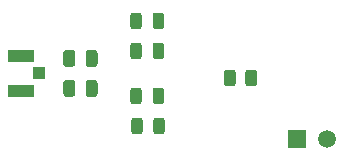
<source format=gbr>
%TF.GenerationSoftware,KiCad,Pcbnew,(5.1.10)-1*%
%TF.CreationDate,2021-11-30T19:49:35-05:00*%
%TF.ProjectId,Microwave_Circuit,4d696372-6f77-4617-9665-5f4369726375,rev?*%
%TF.SameCoordinates,Original*%
%TF.FileFunction,Soldermask,Bot*%
%TF.FilePolarity,Negative*%
%FSLAX46Y46*%
G04 Gerber Fmt 4.6, Leading zero omitted, Abs format (unit mm)*
G04 Created by KiCad (PCBNEW (5.1.10)-1) date 2021-11-30 19:49:35*
%MOMM*%
%LPD*%
G01*
G04 APERTURE LIST*
%ADD10R,2.200000X1.050000*%
%ADD11R,1.050000X1.000000*%
%ADD12C,1.508000*%
%ADD13R,1.508000X1.508000*%
G04 APERTURE END LIST*
%TO.C,R1*%
G36*
G01*
X191384500Y-69157001D02*
X191384500Y-68256999D01*
G75*
G02*
X191634499Y-68007000I249999J0D01*
G01*
X192159501Y-68007000D01*
G75*
G02*
X192409500Y-68256999I0J-249999D01*
G01*
X192409500Y-69157001D01*
G75*
G02*
X192159501Y-69407000I-249999J0D01*
G01*
X191634499Y-69407000D01*
G75*
G02*
X191384500Y-69157001I0J249999D01*
G01*
G37*
G36*
G01*
X193209500Y-69157001D02*
X193209500Y-68256999D01*
G75*
G02*
X193459499Y-68007000I249999J0D01*
G01*
X193984501Y-68007000D01*
G75*
G02*
X194234500Y-68256999I0J-249999D01*
G01*
X194234500Y-69157001D01*
G75*
G02*
X193984501Y-69407000I-249999J0D01*
G01*
X193459499Y-69407000D01*
G75*
G02*
X193209500Y-69157001I0J249999D01*
G01*
G37*
%TD*%
D10*
%TO.C,J1*%
X174244000Y-66851000D03*
X174244000Y-69801000D03*
D11*
X175769000Y-68326000D03*
%TD*%
%TO.C,D5*%
G36*
G01*
X183550500Y-73227250D02*
X183550500Y-72314750D01*
G75*
G02*
X183794250Y-72071000I243750J0D01*
G01*
X184281750Y-72071000D01*
G75*
G02*
X184525500Y-72314750I0J-243750D01*
G01*
X184525500Y-73227250D01*
G75*
G02*
X184281750Y-73471000I-243750J0D01*
G01*
X183794250Y-73471000D01*
G75*
G02*
X183550500Y-73227250I0J243750D01*
G01*
G37*
G36*
G01*
X185425500Y-73227250D02*
X185425500Y-72314750D01*
G75*
G02*
X185669250Y-72071000I243750J0D01*
G01*
X186156750Y-72071000D01*
G75*
G02*
X186400500Y-72314750I0J-243750D01*
G01*
X186400500Y-73227250D01*
G75*
G02*
X186156750Y-73471000I-243750J0D01*
G01*
X185669250Y-73471000D01*
G75*
G02*
X185425500Y-73227250I0J243750D01*
G01*
G37*
%TD*%
D12*
%TO.C,D4*%
X200152000Y-73914000D03*
D13*
X197612000Y-73914000D03*
%TD*%
%TO.C,D3*%
G36*
G01*
X184462000Y-69774750D02*
X184462000Y-70687250D01*
G75*
G02*
X184218250Y-70931000I-243750J0D01*
G01*
X183730750Y-70931000D01*
G75*
G02*
X183487000Y-70687250I0J243750D01*
G01*
X183487000Y-69774750D01*
G75*
G02*
X183730750Y-69531000I243750J0D01*
G01*
X184218250Y-69531000D01*
G75*
G02*
X184462000Y-69774750I0J-243750D01*
G01*
G37*
G36*
G01*
X186337000Y-69774750D02*
X186337000Y-70687250D01*
G75*
G02*
X186093250Y-70931000I-243750J0D01*
G01*
X185605750Y-70931000D01*
G75*
G02*
X185362000Y-70687250I0J243750D01*
G01*
X185362000Y-69774750D01*
G75*
G02*
X185605750Y-69531000I243750J0D01*
G01*
X186093250Y-69531000D01*
G75*
G02*
X186337000Y-69774750I0J-243750D01*
G01*
G37*
%TD*%
%TO.C,D2*%
G36*
G01*
X183487000Y-66877250D02*
X183487000Y-65964750D01*
G75*
G02*
X183730750Y-65721000I243750J0D01*
G01*
X184218250Y-65721000D01*
G75*
G02*
X184462000Y-65964750I0J-243750D01*
G01*
X184462000Y-66877250D01*
G75*
G02*
X184218250Y-67121000I-243750J0D01*
G01*
X183730750Y-67121000D01*
G75*
G02*
X183487000Y-66877250I0J243750D01*
G01*
G37*
G36*
G01*
X185362000Y-66877250D02*
X185362000Y-65964750D01*
G75*
G02*
X185605750Y-65721000I243750J0D01*
G01*
X186093250Y-65721000D01*
G75*
G02*
X186337000Y-65964750I0J-243750D01*
G01*
X186337000Y-66877250D01*
G75*
G02*
X186093250Y-67121000I-243750J0D01*
G01*
X185605750Y-67121000D01*
G75*
G02*
X185362000Y-66877250I0J243750D01*
G01*
G37*
%TD*%
%TO.C,D1*%
G36*
G01*
X184462000Y-63424750D02*
X184462000Y-64337250D01*
G75*
G02*
X184218250Y-64581000I-243750J0D01*
G01*
X183730750Y-64581000D01*
G75*
G02*
X183487000Y-64337250I0J243750D01*
G01*
X183487000Y-63424750D01*
G75*
G02*
X183730750Y-63181000I243750J0D01*
G01*
X184218250Y-63181000D01*
G75*
G02*
X184462000Y-63424750I0J-243750D01*
G01*
G37*
G36*
G01*
X186337000Y-63424750D02*
X186337000Y-64337250D01*
G75*
G02*
X186093250Y-64581000I-243750J0D01*
G01*
X185605750Y-64581000D01*
G75*
G02*
X185362000Y-64337250I0J243750D01*
G01*
X185362000Y-63424750D01*
G75*
G02*
X185605750Y-63181000I243750J0D01*
G01*
X186093250Y-63181000D01*
G75*
G02*
X186337000Y-63424750I0J-243750D01*
G01*
G37*
%TD*%
%TO.C,C2*%
G36*
G01*
X177813000Y-70071000D02*
X177813000Y-69121000D01*
G75*
G02*
X178063000Y-68871000I250000J0D01*
G01*
X178563000Y-68871000D01*
G75*
G02*
X178813000Y-69121000I0J-250000D01*
G01*
X178813000Y-70071000D01*
G75*
G02*
X178563000Y-70321000I-250000J0D01*
G01*
X178063000Y-70321000D01*
G75*
G02*
X177813000Y-70071000I0J250000D01*
G01*
G37*
G36*
G01*
X179713000Y-70071000D02*
X179713000Y-69121000D01*
G75*
G02*
X179963000Y-68871000I250000J0D01*
G01*
X180463000Y-68871000D01*
G75*
G02*
X180713000Y-69121000I0J-250000D01*
G01*
X180713000Y-70071000D01*
G75*
G02*
X180463000Y-70321000I-250000J0D01*
G01*
X179963000Y-70321000D01*
G75*
G02*
X179713000Y-70071000I0J250000D01*
G01*
G37*
%TD*%
%TO.C,C1*%
G36*
G01*
X180708000Y-66581000D02*
X180708000Y-67531000D01*
G75*
G02*
X180458000Y-67781000I-250000J0D01*
G01*
X179958000Y-67781000D01*
G75*
G02*
X179708000Y-67531000I0J250000D01*
G01*
X179708000Y-66581000D01*
G75*
G02*
X179958000Y-66331000I250000J0D01*
G01*
X180458000Y-66331000D01*
G75*
G02*
X180708000Y-66581000I0J-250000D01*
G01*
G37*
G36*
G01*
X178808000Y-66581000D02*
X178808000Y-67531000D01*
G75*
G02*
X178558000Y-67781000I-250000J0D01*
G01*
X178058000Y-67781000D01*
G75*
G02*
X177808000Y-67531000I0J250000D01*
G01*
X177808000Y-66581000D01*
G75*
G02*
X178058000Y-66331000I250000J0D01*
G01*
X178558000Y-66331000D01*
G75*
G02*
X178808000Y-66581000I0J-250000D01*
G01*
G37*
%TD*%
M02*

</source>
